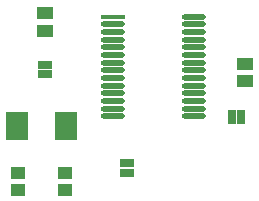
<source format=gtp>
G04*
G04 #@! TF.GenerationSoftware,Altium Limited,Altium Designer,23.7.1 (13)*
G04*
G04 Layer_Color=8421504*
%FSLAX25Y25*%
%MOIN*%
G70*
G04*
G04 #@! TF.SameCoordinates,2AD03240-4C21-4CDD-82D0-605F0999EC7E*
G04*
G04*
G04 #@! TF.FilePolarity,Positive*
G04*
G01*
G75*
%ADD14R,0.08082X0.01791*%
G04:AMPARAMS|DCode=15|XSize=80.82mil|YSize=17.91mil|CornerRadius=8.96mil|HoleSize=0mil|Usage=FLASHONLY|Rotation=0.000|XOffset=0mil|YOffset=0mil|HoleType=Round|Shape=RoundedRectangle|*
%AMROUNDEDRECTD15*
21,1,0.08082,0.00000,0,0,0.0*
21,1,0.06291,0.01791,0,0,0.0*
1,1,0.01791,0.03146,0.00000*
1,1,0.01791,-0.03146,0.00000*
1,1,0.01791,-0.03146,0.00000*
1,1,0.01791,0.03146,0.00000*
%
%ADD15ROUNDEDRECTD15*%
%ADD16R,0.02500X0.05000*%
%ADD17R,0.05315X0.03937*%
%ADD18R,0.07480X0.09449*%
%ADD19R,0.05151X0.03960*%
%ADD20R,0.05000X0.02500*%
D14*
X45570Y79626D02*
D03*
D15*
Y77067D02*
D03*
Y74508D02*
D03*
Y71949D02*
D03*
Y69390D02*
D03*
Y66831D02*
D03*
Y64272D02*
D03*
Y61713D02*
D03*
Y59153D02*
D03*
Y56594D02*
D03*
Y54035D02*
D03*
Y51476D02*
D03*
Y48917D02*
D03*
Y46358D02*
D03*
X72540D02*
D03*
Y48917D02*
D03*
Y51476D02*
D03*
Y54035D02*
D03*
Y56594D02*
D03*
Y59153D02*
D03*
Y61713D02*
D03*
Y64272D02*
D03*
Y66831D02*
D03*
Y69390D02*
D03*
Y71949D02*
D03*
Y74508D02*
D03*
Y77067D02*
D03*
Y79626D02*
D03*
D16*
X85014Y46260D02*
D03*
X88214D02*
D03*
D17*
X22638Y80709D02*
D03*
Y74803D02*
D03*
X89567Y63976D02*
D03*
Y58071D02*
D03*
D18*
X29724Y43307D02*
D03*
X13583D02*
D03*
D19*
X13779Y27465D02*
D03*
Y21747D02*
D03*
X29528Y27466D02*
D03*
Y21747D02*
D03*
D20*
X50197Y30759D02*
D03*
Y27559D02*
D03*
X22638Y60408D02*
D03*
Y63608D02*
D03*
M02*

</source>
